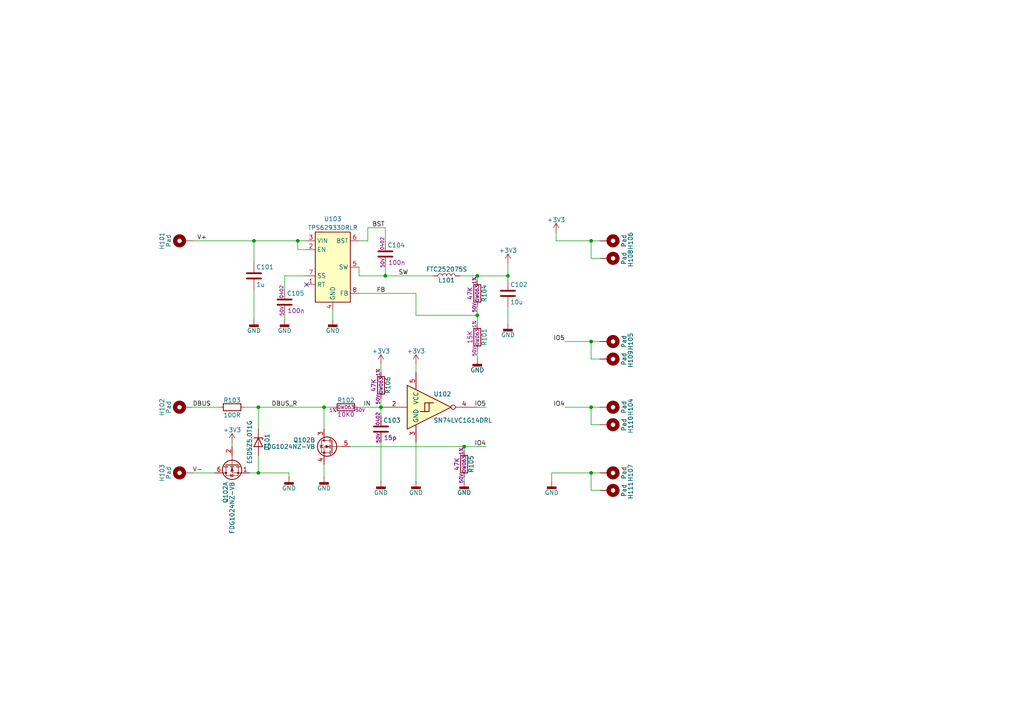
<source format=kicad_sch>
(kicad_sch (version 20250114) (generator "eeschema") (generator_version "9.0")
  (paper "A4")
  (lib_symbols
    (symbol "74xGxx:SN74LVC1G14DRL"
      (property "Reference" "U" (at 0 3.81 0))
      (property "Value" "SN74LVC1G14DRL" (at 0 -3.81 0))
      (symbol "SN74LVC1G14DRL_0_1"
        (polyline (pts (xy -7.62 6.35) (xy -7.62 -6.35) (xy 5.08 0) (xy -7.62 6.35)) (stroke (width 0.254)) (fill (type background)))
      )
      (symbol "SN74LVC1G14DRL_1_1"
        (polyline (pts (xy -3.81 -1.27) (xy -1.27 -1.27) (xy -1.27 1.27)) (stroke (width 0.254)))
        (polyline (pts (xy -2.54 -1.27) (xy -2.54 1.27) (xy 0 1.27)) (stroke (width 0.254)))
        (pin input line (at -15.24 0 0) (length 7.62) (name "~") (number "2"))
        (pin no_connect line (at -7.62 5.08 180) (length 5.08) (hide yes) (name "NC") (number "1"))
        (pin power_in line (at -5.08 10.16 270) (length 5.08) (name "VCC") (number "5"))
        (pin power_in line (at -5.08 -10.16 90) (length 5.08) (name "GND") (number "3"))
        (pin output inverted (at 12.7 0 180) (length 7.62) (name "~") (number "4"))
      )
    )
    (symbol "900_capacitors:C_100n_0402_X7R_10%_50V" (pin_numbers (hide yes)) (pin_names (offset 0.254))
      (property "Reference" "C" (at 0.635 2.54 0))
      (property "Capacitance" "100n" (at 0.8128 -2.5146 0))
      (property "Case" "0402" (at -0.889 2.9972 90))
      (property "Voltage" "50V" (at -0.8128 -2.5908 90))
      (symbol "C_100n_0402_X7R_10%_50V_0_1"
        (polyline (pts (xy -2.032 0.762) (xy 2.032 0.762)) (stroke (width 0.508)))
        (polyline (pts (xy -2.032 -0.762) (xy 2.032 -0.762)) (stroke (width 0.508)))
      )
      (symbol "C_100n_0402_X7R_10%_50V_1_1"
        (pin passive line (at 0 3.81 270) (length 2.794) (name "~") (number "1"))
        (pin passive line (at 0 -3.81 90) (length 2.794) (name "~") (number "2"))
      )
    )
    (symbol "900_capacitors:C_15p_0402_NP0_5%_50V" (pin_numbers (hide yes)) (pin_names (offset 0.254))
      (property "Reference" "C" (at 0.635 2.54 0))
      (property "Capacitance" "15p" (at 0.8128 -2.5146 0))
      (property "Case" "0402" (at -0.889 2.9972 90))
      (property "Voltage" "50V" (at -0.8128 -2.5908 90))
      (symbol "C_15p_0402_NP0_5%_50V_0_1"
        (polyline (pts (xy -2.032 0.762) (xy 2.032 0.762)) (stroke (width 0.508)))
        (polyline (pts (xy -2.032 -0.762) (xy 2.032 -0.762)) (stroke (width 0.508)))
      )
      (symbol "C_15p_0402_NP0_5%_50V_1_1"
        (pin passive line (at 0 3.81 270) (length 2.794) (name "~") (number "1"))
        (pin passive line (at 0 -3.81 90) (length 2.794) (name "~") (number "2"))
      )
    )
    (symbol "900_resistors:R_10K0_0402_0W063_1%_100PPM_50V" (pin_numbers (hide yes)) (pin_names (offset 0))
      (property "Reference" "R" (at 2.032 0 90))
      (property "Resistance" "10K0" (at -2.0828 0 90))
      (property "Power" "0W063" (at 0 0 90))
      (property "Tolerance" "1%" (at -0.8382 3.7592 90))
      (property "Voltage" "50V" (at -0.8382 -4.1402 90))
      (symbol "R_10K0_0402_0W063_1%_100PPM_50V_0_1"
        (rectangle (start -1.016 -2.54) (end 1.016 2.54) (stroke (width 0.254)))
      )
      (symbol "R_10K0_0402_0W063_1%_100PPM_50V_1_1"
        (pin passive line (at 0 3.81 270) (length 1.27) (name "~") (number "1"))
        (pin passive line (at 0 -3.81 90) (length 1.27) (name "~") (number "2"))
      )
    )
    (symbol "900_resistors:R_15K_0402_0W063_1%_100PPM_50V" (pin_numbers (hide yes)) (pin_names (offset 0))
      (property "Reference" "R" (at 2.032 0 90))
      (property "Resistance" "15K" (at -2.0828 0 90))
      (property "Power" "0W063" (at 0 0 90))
      (property "Tolerance" "1%" (at -0.8382 3.7592 90))
      (property "Voltage" "50V" (at -0.8382 -4.1402 90))
      (symbol "R_15K_0402_0W063_1%_100PPM_50V_0_1"
        (rectangle (start -1.016 -2.54) (end 1.016 2.54) (stroke (width 0.254)))
      )
      (symbol "R_15K_0402_0W063_1%_100PPM_50V_1_1"
        (pin passive line (at 0 3.81 270) (length 1.27) (name "~") (number "1"))
        (pin passive line (at 0 -3.81 90) (length 1.27) (name "~") (number "2"))
      )
    )
    (symbol "900_resistors:R_47K_0402_0W063_1%_100PPM_50V" (pin_numbers (hide yes)) (pin_names (offset 0))
      (property "Reference" "R" (at 2.032 0 90))
      (property "Resistance" "47K" (at -2.0828 0 90))
      (property "Power" "0W063" (at 0 0 90))
      (property "Tolerance" "1%" (at -0.8382 3.7592 90))
      (property "Voltage" "50V" (at -0.8382 -4.1402 90))
      (symbol "R_47K_0402_0W063_1%_100PPM_50V_0_1"
        (rectangle (start -1.016 -2.54) (end 1.016 2.54) (stroke (width 0.254)))
      )
      (symbol "R_47K_0402_0W063_1%_100PPM_50V_1_1"
        (pin passive line (at 0 3.81 270) (length 1.27) (name "~") (number "1"))
        (pin passive line (at 0 -3.81 90) (length 1.27) (name "~") (number "2"))
      )
    )
    (symbol "Device:C" (pin_numbers (hide yes)) (pin_names (offset 0.254))
      (property "Reference" "C" (at 0.635 2.54 0))
      (property "Value" "C" (at 0.635 -2.54 0))
      (symbol "C_0_1"
        (polyline (pts (xy -2.032 0.762) (xy 2.032 0.762)) (stroke (width 0.508)))
        (polyline (pts (xy -2.032 -0.762) (xy 2.032 -0.762)) (stroke (width 0.508)))
      )
      (symbol "C_1_1"
        (pin passive line (at 0 3.81 270) (length 2.794) (name "~") (number "1"))
        (pin passive line (at 0 -3.81 90) (length 2.794) (name "~") (number "2"))
      )
    )
    (symbol "Device:L" (pin_numbers (hide yes)) (pin_names (offset 1.016) (hide yes))
      (property "Reference" "L" (at -1.27 0 90))
      (property "Value" "L" (at 1.905 0 90))
      (symbol "L_0_1"
        (arc (start 0 2.54) (mid 0.6323 1.905) (end 0 1.27))
        (arc (start 0 1.27) (mid 0.6323 0.635) (end 0 0))
        (arc (start 0 0) (mid 0.6323 -0.635) (end 0 -1.27))
        (arc (start 0 -1.27) (mid 0.6323 -1.905) (end 0 -2.54))
      )
      (symbol "L_1_1"
        (pin passive line (at 0 3.81 270) (length 1.27) (name "1") (number "1"))
        (pin passive line (at 0 -3.81 90) (length 1.27) (name "2") (number "2"))
      )
    )
    (symbol "Device:R" (pin_numbers (hide yes)) (pin_names (offset 0))
      (property "Reference" "R" (at 2.032 0 90))
      (property "Value" "R" (at 0 0 90))
      (symbol "R_0_1"
        (rectangle (start -1.016 -2.54) (end 1.016 2.54) (stroke (width 0.254)))
      )
      (symbol "R_1_1"
        (pin passive line (at 0 3.81 270) (length 1.27) (name "~") (number "1"))
        (pin passive line (at 0 -3.81 90) (length 1.27) (name "~") (number "2"))
      )
    )
    (symbol "Diode:ESD5Zxx" (pin_numbers (hide yes)) (pin_names (hide yes))
      (property "Reference" "D" (at 0 2.54 0))
      (property "Value" "ESD5Zxx" (at 0 -2.54 0))
      (symbol "ESD5Zxx_0_1"
        (polyline (pts (xy -1.27 -1.27) (xy -1.27 1.27) (xy -0.762 1.27)) (stroke (width 0.254)))
        (polyline (pts (xy 1.27 0) (xy -1.27 0)))
        (polyline (pts (xy 1.27 -1.27) (xy 1.27 1.27) (xy -1.27 0) (xy 1.27 -1.27)) (stroke (width 0.254)))
      )
      (symbol "ESD5Zxx_1_1"
        (pin passive line (at -3.81 0 0) (length 2.54) (name "K") (number "1"))
        (pin passive line (at 3.81 0 180) (length 2.54) (name "A") (number "2"))
      )
    )
    (symbol "Mechanical:MountingHole_Pad" (pin_numbers (hide yes)) (pin_names (offset 1.016) (hide yes)) (in_bom no)
      (property "Reference" "H" (at 0 6.35 0))
      (property "Value" "MountingHole_Pad" (at 0 4.445 0))
      (symbol "MountingHole_Pad_0_1"
        (circle (center 0 1.27) (radius 1.27) (stroke (width 1.27)))
      )
      (symbol "MountingHole_Pad_1_1"
        (pin input line (at 0 -2.54 90) (length 2.54) (name "1") (number "1"))
      )
    )
    (symbol "Regulator_Switching:TPS62933F"
      (property "Reference" "U" (at 0 13.97 0))
      (property "Value" "TPS62933F" (at 0 11.43 0))
      (symbol "TPS62933F_0_1"
        (rectangle (start -5.08 10.16) (end 5.08 -10.16) (stroke (width 0.254)) (fill (type background)))
      )
      (symbol "TPS62933F_1_1"
        (pin power_in line (at -7.62 7.62 0) (length 2.54) (name "VIN") (number "3"))
        (pin input line (at -7.62 5.08 0) (length 2.54) (name "EN") (number "2"))
        (pin passive line (at -7.62 -2.54 0) (length 2.54) (name "SS") (number "7"))
        (pin passive line (at -7.62 -5.08 0) (length 2.54) (name "RT") (number "1"))
        (pin power_in line (at 0 -12.7 90) (length 2.54) (name "GND") (number "4"))
        (pin passive line (at 7.62 7.62 180) (length 2.54) (name "BST") (number "6"))
        (pin output line (at 7.62 0 180) (length 2.54) (name "SW") (number "5"))
        (pin input line (at 7.62 -7.62 180) (length 2.54) (name "FB") (number "8"))
      )
    )
    (symbol "Transistor_FET:FDG1024NZ" (pin_names (hide yes))
      (property "Reference" "Q" (at 5.08 1.905 0))
      (property "Value" "FDG1024NZ" (at 5.08 0 0))
      (symbol "FDG1024NZ_0_1"
        (polyline (pts (xy 0.254 1.905) (xy 0.254 -1.905)) (stroke (width 0.254)))
        (polyline (pts (xy 0.254 0) (xy -2.54 0)))
        (polyline (pts (xy 0.762 2.286) (xy 0.762 1.27)) (stroke (width 0.254)))
        (polyline (pts (xy 0.762 0.508) (xy 0.762 -0.508)) (stroke (width 0.254)))
        (polyline (pts (xy 0.762 -1.27) (xy 0.762 -2.286)) (stroke (width 0.254)))
        (polyline (pts (xy 0.762 -1.778) (xy 3.302 -1.778) (xy 3.302 1.778) (xy 0.762 1.778)))
        (polyline (pts (xy 1.016 0) (xy 2.032 0.381) (xy 2.032 -0.381) (xy 1.016 0)) (fill (type outline)))
        (circle (center 1.651 0) (radius 2.794) (stroke (width 0.254)))
        (polyline (pts (xy 2.54 2.54) (xy 2.54 1.778)))
        (circle (center 2.54 1.778) (radius 0.254) (fill (type outline)))
        (circle (center 2.54 -1.778) (radius 0.254) (fill (type outline)))
        (polyline (pts (xy 2.54 -2.54) (xy 2.54 0) (xy 0.762 0)))
        (polyline (pts (xy 2.794 0.508) (xy 2.921 0.381) (xy 3.683 0.381) (xy 3.81 0.254)))
        (polyline (pts (xy 3.302 0.381) (xy 2.921 -0.254) (xy 3.683 -0.254) (xy 3.302 0.381)))
      )
      (symbol "FDG1024NZ_1_1"
        (pin passive line (at -5.08 0 0) (length 2.54) (name "G") (number "2"))
        (pin passive line (at 2.54 5.08 270) (length 2.54) (name "D") (number "6"))
        (pin passive line (at 2.54 -5.08 90) (length 2.54) (name "S") (number "1"))
      )
      (symbol "FDG1024NZ_2_1"
        (pin passive line (at -5.08 0 0) (length 2.54) (name "G") (number "5"))
        (pin passive line (at 2.54 5.08 270) (length 2.54) (name "D") (number "3"))
        (pin passive line (at 2.54 -5.08 90) (length 2.54) (name "S") (number "4"))
      )
    )
    (symbol "power:+3V3" (power) (pin_numbers (hide yes)) (pin_names (offset 0) (hide yes))
      (property "Value" "+3V3" (at 0 3.556 0))
      (symbol "+3V3_0_1"
        (polyline (pts (xy -0.762 1.27) (xy 0 2.54)))
        (polyline (pts (xy 0 2.54) (xy 0.762 1.27)))
        (polyline (pts (xy 0 0) (xy 0 2.54)))
      )
      (symbol "+3V3_1_1"
        (pin power_in line (at 0 0 90) (length 0) (name "~") (number "1"))
      )
    )
    (symbol "power:GNDD" (power) (pin_numbers (hide yes)) (pin_names (offset 0) (hide yes))
      (property "Value" "GNDD" (at 0 -3.175 0))
      (symbol "GNDD_0_1"
        (rectangle (start -1.27 -1.524) (end 1.27 -2.032) (stroke (width 0.254)) (fill (type outline)))
        (polyline (pts (xy 0 0) (xy 0 -1.524)))
      )
      (symbol "GNDD_1_1"
        (pin power_in line (at 0 0 270) (length 0) (name "~") (number "1"))
      )
    )
  )
  (junction (at 171.45 99.06))
  (junction (at 86.36 69.85))
  (junction (at 110.49 118.11))
  (junction (at 138.43 91.44))
  (junction (at 147.32 80.01))
  (junction (at 138.43 80.01))
  (junction (at 74.93 118.11))
  (junction (at 171.45 118.11))
  (junction (at 171.45 137.16))
  (junction (at 93.98 118.11))
  (junction (at 74.93 137.16))
  (junction (at 111.76 80.01))
  (junction (at 171.45 69.85))
  (junction (at 134.62 129.54))
  (junction (at 73.66 69.85))
  (no_connect (at 88.9 82.55))
  (wire (pts (xy 74.93 137.16) (xy 83.82 137.16)))
  (wire (pts (xy 82.55 92.71) (xy 82.55 91.44)))
  (wire (pts (xy 173.99 118.11) (xy 171.45 118.11)))
  (wire (pts (xy 171.45 118.11) (xy 163.83 118.11)))
  (wire (pts (xy 160.02 137.16) (xy 160.02 139.7)))
  (wire (pts (xy 173.99 99.06) (xy 171.45 99.06)))
  (wire (pts (xy 120.65 91.44) (xy 138.43 91.44)))
  (wire (pts (xy 82.55 80.01) (xy 82.55 83.82)))
  (wire (pts (xy 67.31 128.27) (xy 67.31 129.54)))
  (wire (pts (xy 173.99 69.85) (xy 171.45 69.85)))
  (wire (pts (xy 110.49 105.41) (xy 110.49 107.95)))
  (wire (pts (xy 147.32 76.2) (xy 147.32 80.01)))
  (wire (pts (xy 173.99 104.14) (xy 171.45 104.14)))
  (wire (pts (xy 106.68 66.04) (xy 106.68 69.85)))
  (wire (pts (xy 106.68 69.85) (xy 104.14 69.85)))
  (wire (pts (xy 86.36 72.39) (xy 86.36 69.85)))
  (wire (pts (xy 173.99 142.24) (xy 171.45 142.24)))
  (wire (pts (xy 133.35 80.01) (xy 138.43 80.01)))
  (wire (pts (xy 55.88 118.11) (xy 63.5 118.11)))
  (wire (pts (xy 147.32 88.9) (xy 147.32 93.98)))
  (wire (pts (xy 120.65 105.41) (xy 120.65 107.95)))
  (wire (pts (xy 93.98 118.11) (xy 93.98 124.46)))
  (wire (pts (xy 73.66 83.82) (xy 73.66 92.71)))
  (wire (pts (xy 93.98 134.62) (xy 93.98 138.43)))
  (wire (pts (xy 110.49 128.27) (xy 110.49 139.7)))
  (wire (pts (xy 120.65 139.7) (xy 120.65 128.27)))
  (wire (pts (xy 88.9 72.39) (xy 86.36 72.39)))
  (wire (pts (xy 171.45 142.24) (xy 171.45 137.16)))
  (wire (pts (xy 138.43 80.01) (xy 147.32 80.01)))
  (wire (pts (xy 171.45 69.85) (xy 161.29 69.85)))
  (wire (pts (xy 111.76 80.01) (xy 125.73 80.01)))
  (wire (pts (xy 171.45 99.06) (xy 163.83 99.06)))
  (wire (pts (xy 138.43 91.44) (xy 138.43 93.98)))
  (wire (pts (xy 104.14 118.11) (xy 110.49 118.11)))
  (wire (pts (xy 171.45 118.11) (xy 171.45 123.19)))
  (wire (pts (xy 82.55 80.01) (xy 88.9 80.01)))
  (wire (pts (xy 134.62 129.54) (xy 140.97 129.54)))
  (wire (pts (xy 171.45 99.06) (xy 171.45 104.14)))
  (wire (pts (xy 173.99 137.16) (xy 171.45 137.16)))
  (wire (pts (xy 110.49 118.11) (xy 110.49 120.65)))
  (wire (pts (xy 72.39 137.16) (xy 74.93 137.16)))
  (wire (pts (xy 138.43 88.9) (xy 138.43 91.44)))
  (wire (pts (xy 134.62 129.54) (xy 134.62 130.81)))
  (wire (pts (xy 104.14 80.01) (xy 104.14 77.47)))
  (wire (pts (xy 104.14 80.01) (xy 111.76 80.01)))
  (wire (pts (xy 74.93 132.08) (xy 74.93 137.16)))
  (wire (pts (xy 55.88 69.85) (xy 73.66 69.85)))
  (wire (pts (xy 134.62 138.43) (xy 134.62 139.7)))
  (wire (pts (xy 110.49 115.57) (xy 110.49 118.11)))
  (wire (pts (xy 147.32 80.01) (xy 147.32 81.28)))
  (wire (pts (xy 96.52 90.17) (xy 96.52 92.71)))
  (wire (pts (xy 74.93 118.11) (xy 74.93 124.46)))
  (wire (pts (xy 83.82 137.16) (xy 83.82 138.43)))
  (wire (pts (xy 101.6 129.54) (xy 134.62 129.54)))
  (wire (pts (xy 138.43 101.6) (xy 138.43 104.14)))
  (wire (pts (xy 138.43 118.11) (xy 140.97 118.11)))
  (wire (pts (xy 55.88 137.16) (xy 62.23 137.16)))
  (wire (pts (xy 173.99 74.93) (xy 171.45 74.93)))
  (wire (pts (xy 171.45 69.85) (xy 171.45 74.93)))
  (wire (pts (xy 161.29 69.85) (xy 161.29 67.31)))
  (wire (pts (xy 111.76 66.04) (xy 106.68 66.04)))
  (wire (pts (xy 171.45 137.16) (xy 160.02 137.16)))
  (wire (pts (xy 111.76 80.01) (xy 111.76 77.47)))
  (wire (pts (xy 93.98 118.11) (xy 96.52 118.11)))
  (wire (pts (xy 86.36 69.85) (xy 88.9 69.85)))
  (wire (pts (xy 173.99 123.19) (xy 171.45 123.19)))
  (wire (pts (xy 71.12 118.11) (xy 74.93 118.11)))
  (wire (pts (xy 74.93 118.11) (xy 93.98 118.11)))
  (wire (pts (xy 104.14 85.09) (xy 120.65 85.09)))
  (wire (pts (xy 73.66 69.85) (xy 86.36 69.85)))
  (wire (pts (xy 111.76 69.85) (xy 111.76 66.04)))
  (wire (pts (xy 120.65 85.09) (xy 120.65 91.44)))
  (wire (pts (xy 73.66 69.85) (xy 73.66 76.2)))
  (wire (pts (xy 138.43 80.01) (xy 138.43 81.28)))
  (label "V-" (at 55.88 137.16 0))
  (label "DBUS" (at 55.88 118.11 0))
  (label "BST" (at 107.95 66.04 0))
  (label "IO5" (at 140.97 118.11 180))
  (label "IN" (at 105.41 118.11 0))
  (label "SW" (at 115.57 80.01 0))
  (label "IO4" (at 140.97 129.54 180))
  (label "V+" (at 57.15 69.85 0))
  (label "IO4" (at 163.83 118.11 180))
  (label "DBUS_R" (at 78.74 118.11 0))
  (label "FB" (at 109.22 85.09 0))
  (label "IO5" (at 163.83 99.06 180))
  (symbol (lib_id "900_resistors:R_47K_0402_0W063_1%_100PPM_50V") (at 134.62 134.62 0) (unit 1)
    (property "Reference" "R105" (at 136.652 134.62 90))
    (property "Value" "R_47K_0402_0W063_1%_100PPM_50V" (effects (hide yes)))
    (property "Footprint" "Resistor_SMD:R_0402_1005Metric" (effects (hide yes)))
    (property "Description" "Resistor 000R 0000 0W00 0% 000pm 000V" (effects (hide yes)))
    (property "Resistance" "47K" (at 132.5372 134.62 90))
    (property "Case" "0402" (effects (hide yes)))
    (property "Power" "0W063" (at 134.62 134.62 90) (effects (font (size 0.9906 0.9906))))
    (property "Tolerance" "1%" (at 133.7818 130.8608 90) (effects (font (size 0.9906 0.9906))))
    (property "TempKoeff" "100PPM" (effects (hide yes)))
    (property "Voltage" "50V" (at 133.7818 138.7602 90) (effects (font (size 0.9906 0.9906))))
    (property "ID" "50000047" (effects (hide yes)))
    (property "NAME" "R_47K_0402_0W063_1%_100PPM_50V" (effects (hide yes)))
    (property "TARGET_LIB" "900_resistors" (effects (hide yes)))
    (property "SRC_LIB" "/home/markus/projekte/900_library/kicad/generator_v2/resistors_template.kicad_sym" (effects (hide yes)))
    (property "SRC_PART" "R_000R_0000_0W00_0%_000pm_000V" (effects (hide yes)))
    (property "kicadlibid" "47" (effects (hide yes)))
    (property "MC_Generic" "RC0402FR-0747KL" (effects (hide yes)))
    (property "OC_MOUSER" "603-RC0402FR-0747KL" (effects (hide yes)))
    (property "OC_JLCPCB" "C25792" (effects (hide yes)))
  )
  (symbol (lib_id "Diode:ESD5Zxx") (at 74.93 128.27 270) (unit 1)
    (property "Reference" "D101" (at 77.47 128.27 0))
    (property "Value" "ESD5Z5.0T1G" (at 72.39 128.27 0))
    (property "Footprint" "Diode_SMD:D_SOD-523" (effects (hide yes)))
    (property "Datasheet" "https://www.onsemi.com/pdf/datasheet/esd5z2.5t1-d.pdf" (effects (hide yes)))
    (property "Description" "ESD Protection Diode, SOD-523" (effects (hide yes)))
    (property "OC_JLCPCB" "C3008120" (effects (hide yes)))
  )
  (symbol (lib_id "power:GNDD") (at 147.32 93.98 0) (unit 1)
    (property "Reference" "#PWR0109" (effects (hide yes)))
    (property "Value" "GND" (at 147.32 97.155 0))
    (property "Description" "Power symbol creates a global label with name \"GNDD\" , digital ground" (effects (hide yes)))
  )
  (symbol (lib_id "power:+3V3") (at 120.65 105.41 0) (unit 1)
    (property "Reference" "#PWR0105" (effects (hide yes)))
    (property "Value" "+3V3" (at 120.65 101.854 0))
    (property "Description" "Power symbol creates a global label with name \"+3V3\"" (effects (hide yes)))
  )
  (symbol (lib_id "power:GNDD") (at 110.49 139.7 0) (unit 1)
    (property "Reference" "#PWR0104" (effects (hide yes)))
    (property "Value" "GND" (at 110.49 142.875 0))
    (property "Description" "Power symbol creates a global label with name \"GNDD\" , digital ground" (effects (hide yes)))
  )
  (symbol (lib_id "Regulator_Switching:TPS62933F") (at 96.52 77.47 0) (unit 1)
    (property "Reference" "U103" (at 96.52 63.5 0))
    (property "Value" "TPS62933DRLR" (at 96.52 66.04 0))
    (property "Footprint" "Package_TO_SOT_SMD:SOT-583-8" (effects (hide yes)))
    (property "Datasheet" "https://www.ti.com/lit/ds/symlink/tps62933.pdf" (effects (hide yes)))
    (property "Description" "3.8-30V, 3A Synchronous Buck Converters with forced continuous conduction mode (FCCM), SOT583-8" (effects (hide yes)))
    (property "OC_JLCPCB" "C3200405" (effects (hide yes)))
  )
  (symbol (lib_id "Transistor_FET:FDG1024NZ") (at 96.52 129.54 0) (mirror y) (unit 2)
    (property "Reference" "Q102" (at 91.44 127.635 0) (effects (justify left)))
    (property "Value" "FDG1024NZ-VB" (at 91.44 129.54 0) (effects (justify left)))
    (property "Footprint" "Package_TO_SOT_SMD:SOT-363_SC-70-6" (effects (hide yes)))
    (property "Datasheet" "https://jlcpcb.com/api/file/downloadByFileSystemAccessId/8609108054277169152" (effects (hide yes)))
    (property "Description" "1.2A Id, 20V Vds, Dual N-Channel MOSFET, 175mOhm Ron, SC-70-6" (effects (hide yes)))
    (property "OC_JLCPCB" "C693215" (effects (hide yes)))
  )
  (symbol (lib_id "74xGxx:SN74LVC1G14DRL") (at 125.73 118.11 0) (unit 1)
    (property "Reference" "U102" (at 125.73 114.3 0) (effects (justify left)))
    (property "Value" "SN74LVC1G14DRL" (at 125.73 121.92 0) (effects (justify left)))
    (property "Footprint" "Package_TO_SOT_SMD:SOT-553" (effects (hide yes)))
    (property "Datasheet" "https://www.ti.com/lit/ds/symlink/sn74lvc1g14.pdf" (effects (hide yes)))
    (property "Description" "Single Schmitt NOT Gate, Low-Voltage CMOS, SOT-553" (effects (hide yes)))
    (property "OC_JLCPCB" "C19829622" (effects (hide yes)))
  )
  (symbol (lib_id "Mechanical:MountingHole_Pad") (at 176.53 104.14 270) (mirror x) (unit 1) (in_bom no)
    (property "Reference" "H109" (at 182.88 104.14 0))
    (property "Value" "Pad" (at 180.975 104.14 0))
    (property "Footprint" "Connector_Wire:SolderWirePad_1x01_SMD_1.5x3mm" (effects (hide yes)))
    (property "Description" "Mounting Hole with connection" (effects (hide yes)))
  )
  (symbol (lib_id "Mechanical:MountingHole_Pad") (at 176.53 99.06 270) (mirror x) (unit 1) (in_bom no)
    (property "Reference" "H105" (at 182.88 99.06 0))
    (property "Value" "Pad" (at 180.975 99.06 0))
    (property "Footprint" "Connector_Wire:SolderWirePad_1x01_SMD_1.5x3mm" (effects (hide yes)))
    (property "Description" "Mounting Hole with connection" (effects (hide yes)))
  )
  (symbol (lib_id "power:+3V3") (at 147.32 76.2 0) (unit 1)
    (property "Reference" "#PWR0111" (effects (hide yes)))
    (property "Value" "+3V3" (at 147.32 72.644 0))
    (property "Description" "Power symbol creates a global label with name \"+3V3\"" (effects (hide yes)))
  )
  (symbol (lib_id "Mechanical:MountingHole_Pad") (at 53.34 137.16 90) (unit 1)
    (property "Reference" "H103" (at 46.99 137.16 0))
    (property "Value" "Pad" (at 48.895 137.16 0))
    (property "Footprint" "Spring_Fingers:TE_2040852-1" (effects (hide yes)))
    (property "Description" "Mounting Hole with connection" (effects (hide yes)))
    (property "OC_JLCPCB" "C5334114" (effects (hide yes)))
  )
  (symbol (lib_id "Mechanical:MountingHole_Pad") (at 53.34 118.11 90) (unit 1)
    (property "Reference" "H102" (at 46.99 118.11 0))
    (property "Value" "Pad" (at 48.895 118.11 0))
    (property "Footprint" "Spring_Fingers:TE_2040852-1" (effects (hide yes)))
    (property "Description" "Mounting Hole with connection" (effects (hide yes)))
    (property "OC_JLCPCB" "C5334114" (effects (hide yes)))
  )
  (symbol (lib_id "900_resistors:R_10K0_0402_0W063_1%_100PPM_50V") (at 100.33 118.11 90) (unit 1)
    (property "Reference" "R102" (at 100.33 116.078 90))
    (property "Value" "R_10K0_0402_0W063_1%_100PPM_50V" (effects (hide yes)))
    (property "Footprint" "Resistor_SMD:R_0402_1005Metric" (effects (hide yes)))
    (property "Description" "Resistor 000R 0000 0W00 0% 000pm 000V" (effects (hide yes)))
    (property "Resistance" "10K0" (at 100.33 120.1928 90))
    (property "Case" "0402" (effects (hide yes)))
    (property "Power" "0W063" (at 100.33 118.11 90) (effects (font (size 0.9906 0.9906))))
    (property "Tolerance" "1%" (at 96.5708 118.9482 90) (effects (font (size 0.9906 0.9906))))
    (property "TempKoeff" "100PPM" (effects (hide yes)))
    (property "Voltage" "50V" (at 104.4702 118.9482 90) (effects (font (size 0.9906 0.9906))))
    (property "ID" "50000005" (effects (hide yes)))
    (property "NAME" "R_10K0_0402_0W063_1%_100PPM_50V" (effects (hide yes)))
    (property "TARGET_LIB" "900_resistors" (effects (hide yes)))
    (property "SRC_LIB" "/home/markus/projekte/900_library/kicad/generator_v2/resistors_template.kicad_sym" (effects (hide yes)))
    (property "SRC_PART" "R_000R_0000_0W00_0%_000pm_000V" (effects (hide yes)))
    (property "kicadlibid" "5" (effects (hide yes)))
    (property "MC_Generic" "RC0402FR-0710KL" (effects (hide yes)))
    (property "OC_MOUSER" "603-RC0402FR-0710KL" (effects (hide yes)))
    (property "OC_JLCPCB" "C25744" (effects (hide yes)))
  )
  (symbol (lib_id "Mechanical:MountingHole_Pad") (at 176.53 137.16 270) (mirror x) (unit 1) (in_bom no)
    (property "Reference" "H107" (at 182.88 137.16 0))
    (property "Value" "Pad" (at 180.975 137.16 0))
    (property "Footprint" "Connector_Wire:SolderWirePad_1x01_SMD_1.5x3mm" (effects (hide yes)))
    (property "Description" "Mounting Hole with connection" (effects (hide yes)))
  )
  (symbol (lib_id "Device:C") (at 73.66 80.01 0) (unit 1)
    (property "Reference" "C101" (at 74.295 77.47 0) (effects (justify left)))
    (property "Value" "1u" (at 74.295 82.55 0) (effects (justify left)))
    (property "Footprint" "Capacitor_SMD:C_0603_1608Metric" (effects (hide yes)))
    (property "Description" "Unpolarized capacitor" (effects (hide yes)))
    (property "OC_JLCPCB" "C15849" (effects (hide yes)))
  )
  (symbol (lib_id "Mechanical:MountingHole_Pad") (at 176.53 142.24 270) (mirror x) (unit 1) (in_bom no)
    (property "Reference" "H111" (at 182.88 142.24 0))
    (property "Value" "Pad" (at 180.975 142.24 0))
    (property "Footprint" "Connector_Wire:SolderWirePad_1x01_SMD_1.5x3mm" (effects (hide yes)))
    (property "Description" "Mounting Hole with connection" (effects (hide yes)))
  )
  (symbol (lib_id "power:GNDD") (at 138.43 104.14 0) (unit 1)
    (property "Reference" "#PWR0110" (effects (hide yes)))
    (property "Value" "GND" (at 138.43 107.315 0))
    (property "Description" "Power symbol creates a global label with name \"GNDD\" , digital ground" (effects (hide yes)))
  )
  (symbol (lib_id "900_capacitors:C_15p_0402_NP0_5%_50V") (at 110.49 124.46 0) (unit 1)
    (property "Reference" "C103" (at 111.125 121.92 0) (effects (justify left)))
    (property "Value" "C_15p_0402_NP0_5%_50V" (effects (hide yes)))
    (property "Footprint" "Capacitor_SMD:C_0402_1005Metric" (effects (hide yes)))
    (property "Description" "Capacitor xxxE 0000 XXXX 00% 000V" (effects (hide yes)))
    (property "Capacitance" "15p" (at 111.3028 126.9746 0) (effects (justify left)))
    (property "Case" "0402" (at 109.601 121.4628 90) (effects (font (size 0.9906 0.9906))))
    (property "Dielectric" "NP0" (effects (hide yes)))
    (property "Tolerance" "5%" (effects (hide yes)))
    (property "Voltage" "50V" (at 109.6772 127.0508 90) (effects (font (size 0.9906 0.9906))))
    (property "ID" "50000069" (effects (hide yes)))
    (property "NAME" "C_15p_0402_NP0_5%_50V" (effects (hide yes)))
    (property "TARGET_LIB" "900_capacitors" (effects (hide yes)))
    (property "SRC_LIB" "/home/markus/projekte/900_library/kicad/generator_v2/capacitors_template.kicad_sym" (effects (hide yes)))
    (property "SRC_PART" "C_xxxE_0000_XXXX_00%_000V" (effects (hide yes)))
    (property "kicadlibid" "69" (effects (hide yes)))
    (property "MC_Generic" "GRT1555C1H150FA2D" (effects (hide yes)))
    (property "OC_MOUSER" "81-GRT1555C1H150FA2D" (effects (hide yes)))
    (property "OC_JLCPCB" "C1548" (effects (hide yes)))
  )
  (symbol (lib_id "Mechanical:MountingHole_Pad") (at 176.53 123.19 270) (mirror x) (unit 1) (in_bom no)
    (property "Reference" "H110" (at 182.88 123.19 0))
    (property "Value" "Pad" (at 180.975 123.19 0))
    (property "Footprint" "Connector_Wire:SolderWirePad_1x01_SMD_1.5x3mm" (effects (hide yes)))
    (property "Description" "Mounting Hole with connection" (effects (hide yes)))
  )
  (symbol (lib_id "power:+3V3") (at 161.29 67.31 0) (unit 1)
    (property "Reference" "#PWR0112" (effects (hide yes)))
    (property "Value" "+3V3" (at 161.29 63.754 0))
    (property "Description" "Power symbol creates a global label with name \"+3V3\"" (effects (hide yes)))
  )
  (symbol (lib_id "900_resistors:R_15K_0402_0W063_1%_100PPM_50V") (at 138.43 97.79 0) (unit 1)
    (property "Reference" "R101" (at 140.462 97.79 90))
    (property "Value" "R_15K_0402_0W063_1%_100PPM_50V" (effects (hide yes)))
    (property "Footprint" "Resistor_SMD:R_0402_1005Metric" (effects (hide yes)))
    (property "Description" "Resistor 000R 0000 0W00 0% 000pm 000V" (effects (hide yes)))
    (property "Resistance" "15K" (at 136.3472 97.79 90))
    (property "Case" "0402" (effects (hide yes)))
    (property "Power" "0W063" (at 138.43 97.79 90) (effects (font (size 0.9906 0.9906))))
    (property "Tolerance" "1%" (at 137.5918 94.0308 90) (effects (font (size 0.9906 0.9906))))
    (property "TempKoeff" "100PPM" (effects (hide yes)))
    (property "Voltage" "50V" (at 137.5918 101.9302 90) (effects (font (size 0.9906 0.9906))))
    (property "ID" "50000013" (effects (hide yes)))
    (property "NAME" "R_15K_0402_0W063_1%_100PPM_50V" (effects (hide yes)))
    (property "TARGET_LIB" "900_resistors" (effects (hide yes)))
    (property "SRC_LIB" "/home/markus/projekte/900_library/kicad/generator_v2/resistors_template.kicad_sym" (effects (hide yes)))
    (property "SRC_PART" "R_000R_0000_0W00_0%_000pm_000V" (effects (hide yes)))
    (property "kicadlibid" "13" (effects (hide yes)))
    (property "MC_Generic" "RC0402FR-0715KL" (effects (hide yes)))
    (property "OC_MOUSER" "603-RC0402FR-0715KL" (effects (hide yes)))
    (property "OC_JLCPCB" "C25756" (effects (hide yes)))
  )
  (symbol (lib_id "Mechanical:MountingHole_Pad") (at 176.53 69.85 270) (mirror x) (unit 1) (in_bom no)
    (property "Reference" "H106" (at 182.88 69.85 0))
    (property "Value" "Pad" (at 180.975 69.85 0))
    (property "Footprint" "Connector_Wire:SolderWirePad_1x01_SMD_1.5x3mm" (effects (hide yes)))
    (property "Description" "Mounting Hole with connection" (effects (hide yes)))
  )
  (symbol (lib_id "Device:C") (at 147.32 85.09 0) (unit 1)
    (property "Reference" "C102" (at 147.955 82.55 0) (effects (justify left)))
    (property "Value" "10u" (at 147.955 87.63 0) (effects (justify left)))
    (property "Footprint" "Capacitor_SMD:C_0603_1608Metric" (effects (hide yes)))
    (property "Description" "Unpolarized capacitor" (effects (hide yes)))
    (property "OC_JLCPCB" "C19702" (effects (hide yes)))
  )
  (symbol (lib_id "900_capacitors:C_100n_0402_X7R_10%_50V") (at 111.76 73.66 0) (unit 1)
    (property "Reference" "C104" (at 112.395 71.12 0) (effects (justify left)))
    (property "Value" "C_100n_0402_X7R_10%_50V" (effects (hide yes)))
    (property "Footprint" "Capacitor_SMD:C_0402_1005Metric" (effects (hide yes)))
    (property "Description" "Capacitor xxxE 0000 XXXX 00% 000V" (effects (hide yes)))
    (property "Capacitance" "100n" (at 112.5728 76.1746 0) (effects (justify left)))
    (property "Case" "0402" (at 110.871 70.6628 90) (effects (font (size 0.9906 0.9906))))
    (property "Dielectric" "X7R" (effects (hide yes)))
    (property "Tolerance" "10%" (effects (hide yes)))
    (property "Voltage" "50V" (at 110.9472 76.2508 90) (effects (font (size 0.9906 0.9906))))
    (property "ID" "50000068" (effects (hide yes)))
    (property "NAME" "C_100n_0402_X7R_10%_50V" (effects (hide yes)))
    (property "TARGET_LIB" "900_capacitors" (effects (hide yes)))
    (property "SRC_LIB" "/home/markus/projekte/900_library/kicad/generator_v2/capacitors_template.kicad_sym" (effects (hide yes)))
    (property "SRC_PART" "C_xxxE_0000_XXXX_00%_000V" (effects (hide yes)))
    (property "kicadlibid" "68" (effects (hide yes)))
    (property "MC_Generic" "GRM155R71H104KE4J" (effects (hide yes)))
    (property "OC_MOUSER" "81-GRM155R71H104KE4J" (effects (hide yes)))
    (property "OC_JLCPCB" "C307331" (effects (hide yes)))
  )
  (symbol (lib_id "power:GNDD") (at 160.02 139.7 0) (unit 1)
    (property "Reference" "#PWR0113" (effects (hide yes)))
    (property "Value" "GND" (at 160.02 142.875 0))
    (property "Description" "Power symbol creates a global label with name \"GNDD\" , digital ground" (effects (hide yes)))
  )
  (symbol (lib_id "Transistor_FET:FDG1024NZ") (at 67.31 134.62 90) (mirror x) (unit 1)
    (property "Reference" "Q102" (at 65.405 139.7 0) (effects (justify left)))
    (property "Value" "FDG1024NZ-VB" (at 67.31 139.7 0) (effects (justify left)))
    (property "Footprint" "Package_TO_SOT_SMD:SOT-363_SC-70-6" (effects (hide yes)))
    (property "Datasheet" "https://jlcpcb.com/api/file/downloadByFileSystemAccessId/8609108054277169152" (effects (hide yes)))
    (property "Description" "1.2A Id, 20V Vds, Dual N-Channel MOSFET, 175mOhm Ron, SC-70-6" (effects (hide yes)))
    (property "OC_JLCPCB" "C693215" (effects (hide yes)))
  )
  (symbol (lib_id "power:GNDD") (at 82.55 92.71 0) (unit 1)
    (property "Reference" "#PWR0116" (effects (hide yes)))
    (property "Value" "GND" (at 82.55 95.885 0))
    (property "Description" "Power symbol creates a global label with name \"GNDD\" , digital ground" (effects (hide yes)))
  )
  (symbol (lib_id "power:GNDD") (at 120.65 139.7 0) (unit 1)
    (property "Reference" "#PWR0102" (effects (hide yes)))
    (property "Value" "GND" (at 120.65 142.875 0))
    (property "Description" "Power symbol creates a global label with name \"GNDD\" , digital ground" (effects (hide yes)))
  )
  (symbol (lib_id "Device:L") (at 129.54 80.01 90) (unit 1)
    (property "Reference" "L101" (at 129.54 81.28 90))
    (property "Value" "FTC252075S" (at 129.54 78.105 90))
    (property "Footprint" "Inductor_SMD:L_Changjiang_FTC252075S" (effects (hide yes)))
    (property "Description" "Inductor" (effects (hide yes)))
    (property "OC_JLCPCB" "C5832372" (effects (hide yes)))
  )
  (symbol (lib_id "power:GNDD") (at 73.66 92.71 0) (unit 1)
    (property "Reference" "#PWR0108" (effects (hide yes)))
    (property "Value" "GND" (at 73.66 95.885 0))
    (property "Description" "Power symbol creates a global label with name \"GNDD\" , digital ground" (effects (hide yes)))
  )
  (symbol (lib_id "power:GNDD") (at 93.98 138.43 0) (unit 1)
    (property "Reference" "#PWR0103" (effects (hide yes)))
    (property "Value" "GND" (at 93.98 141.605 0))
    (property "Description" "Power symbol creates a global label with name \"GNDD\" , digital ground" (effects (hide yes)))
  )
  (symbol (lib_id "power:+3V3") (at 110.49 105.41 0) (unit 1)
    (property "Reference" "#PWR0115" (effects (hide yes)))
    (property "Value" "+3V3" (at 110.49 101.854 0))
    (property "Description" "Power symbol creates a global label with name \"+3V3\"" (effects (hide yes)))
  )
  (symbol (lib_id "900_capacitors:C_100n_0402_X7R_10%_50V") (at 82.55 87.63 0) (unit 1)
    (property "Reference" "C105" (at 83.185 85.09 0) (effects (justify left)))
    (property "Value" "C_100n_0402_X7R_10%_50V" (effects (hide yes)))
    (property "Footprint" "Capacitor_SMD:C_0402_1005Metric" (effects (hide yes)))
    (property "Description" "Capacitor xxxE 0000 XXXX 00% 000V" (effects (hide yes)))
    (property "Capacitance" "100n" (at 83.3628 90.1446 0) (effects (justify left)))
    (property "Case" "0402" (at 81.661 84.6328 90) (effects (font (size 0.9906 0.9906))))
    (property "Dielectric" "X7R" (effects (hide yes)))
    (property "Tolerance" "10%" (effects (hide yes)))
    (property "Voltage" "50V" (at 81.7372 90.2208 90) (effects (font (size 0.9906 0.9906))))
    (property "ID" "50000068" (effects (hide yes)))
    (property "NAME" "C_100n_0402_X7R_10%_50V" (effects (hide yes)))
    (property "TARGET_LIB" "900_capacitors" (effects (hide yes)))
    (property "SRC_LIB" "/home/markus/projekte/900_library/kicad/generator_v2/capacitors_template.kicad_sym" (effects (hide yes)))
    (property "SRC_PART" "C_xxxE_0000_XXXX_00%_000V" (effects (hide yes)))
    (property "kicadlibid" "68" (effects (hide yes)))
    (property "MC_Generic" "GRM155R71H104KE4J" (effects (hide yes)))
    (property "OC_MOUSER" "81-GRM155R71H104KE4J" (effects (hide yes)))
    (property "OC_JLCPCB" "C307331" (effects (hide yes)))
  )
  (symbol (lib_id "Mechanical:MountingHole_Pad") (at 53.34 69.85 90) (unit 1)
    (property "Reference" "H101" (at 46.99 69.85 0))
    (property "Value" "Pad" (at 48.895 69.85 0))
    (property "Footprint" "Spring_Fingers:TE_2040852-1" (effects (hide yes)))
    (property "Description" "Mounting Hole with connection" (effects (hide yes)))
    (property "OC_JLCPCB" "C5334114" (effects (hide yes)))
  )
  (symbol (lib_id "900_resistors:R_47K_0402_0W063_1%_100PPM_50V") (at 110.49 111.76 0) (unit 1)
    (property "Reference" "R106" (at 112.522 111.76 90))
    (property "Value" "R_47K_0402_0W063_1%_100PPM_50V" (effects (hide yes)))
    (property "Footprint" "Resistor_SMD:R_0402_1005Metric" (effects (hide yes)))
    (property "Description" "Resistor 000R 0000 0W00 0% 000pm 000V" (effects (hide yes)))
    (property "Resistance" "47K" (at 108.4072 111.76 90))
    (property "Case" "0402" (effects (hide yes)))
    (property "Power" "0W063" (at 110.49 111.76 90) (effects (font (size 0.9906 0.9906))))
    (property "Tolerance" "1%" (at 109.6518 108.0008 90) (effects (font (size 0.9906 0.9906))))
    (property "TempKoeff" "100PPM" (effects (hide yes)))
    (property "Voltage" "50V" (at 109.6518 115.9002 90) (effects (font (size 0.9906 0.9906))))
    (property "ID" "50000047" (effects (hide yes)))
    (property "NAME" "R_47K_0402_0W063_1%_100PPM_50V" (effects (hide yes)))
    (property "TARGET_LIB" "900_resistors" (effects (hide yes)))
    (property "SRC_LIB" "/home/markus/projekte/900_library/kicad/generator_v2/resistors_template.kicad_sym" (effects (hide yes)))
    (property "SRC_PART" "R_000R_0000_0W00_0%_000pm_000V" (effects (hide yes)))
    (property "kicadlibid" "47" (effects (hide yes)))
    (property "MC_Generic" "RC0402FR-0747KL" (effects (hide yes)))
    (property "OC_MOUSER" "603-RC0402FR-0747KL" (effects (hide yes)))
    (property "OC_JLCPCB" "C25792" (effects (hide yes)))
  )
  (symbol (lib_id "power:GNDD") (at 83.82 138.43 0) (unit 1)
    (property "Reference" "#PWR0106" (effects (hide yes)))
    (property "Value" "GND" (at 83.82 141.605 0))
    (property "Description" "Power symbol creates a global label with name \"GNDD\" , digital ground" (effects (hide yes)))
  )
  (symbol (lib_id "900_resistors:R_47K_0402_0W063_1%_100PPM_50V") (at 138.43 85.09 0) (unit 1)
    (property "Reference" "R104" (at 140.462 85.09 90))
    (property "Value" "R_47K_0402_0W063_1%_100PPM_50V" (effects (hide yes)))
    (property "Footprint" "Resistor_SMD:R_0402_1005Metric" (effects (hide yes)))
    (property "Description" "Resistor 000R 0000 0W00 0% 000pm 000V" (effects (hide yes)))
    (property "Resistance" "47K" (at 136.3472 85.09 90))
    (property "Case" "0402" (effects (hide yes)))
    (property "Power" "0W063" (at 138.43 85.09 90) (effects (font (size 0.9906 0.9906))))
    (property "Tolerance" "1%" (at 137.5918 81.3308 90) (effects (font (size 0.9906 0.9906))))
    (property "TempKoeff" "100PPM" (effects (hide yes)))
    (property "Voltage" "50V" (at 137.5918 89.2302 90) (effects (font (size 0.9906 0.9906))))
    (property "ID" "50000047" (effects (hide yes)))
    (property "NAME" "R_47K_0402_0W063_1%_100PPM_50V" (effects (hide yes)))
    (property "TARGET_LIB" "900_resistors" (effects (hide yes)))
    (property "SRC_LIB" "/home/markus/projekte/900_library/kicad/generator_v2/resistors_template.kicad_sym" (effects (hide yes)))
    (property "SRC_PART" "R_000R_0000_0W00_0%_000pm_000V" (effects (hide yes)))
    (property "kicadlibid" "47" (effects (hide yes)))
    (property "MC_Generic" "RC0402FR-0747KL" (effects (hide yes)))
    (property "OC_MOUSER" "603-RC0402FR-0747KL" (effects (hide yes)))
    (property "OC_JLCPCB" "C25792" (effects (hide yes)))
  )
  (symbol (lib_id "Mechanical:MountingHole_Pad") (at 176.53 118.11 270) (mirror x) (unit 1) (in_bom no)
    (property "Reference" "H104" (at 182.88 118.11 0))
    (property "Value" "Pad" (at 180.975 118.11 0))
    (property "Footprint" "Connector_Wire:SolderWirePad_1x01_SMD_1.5x3mm" (effects (hide yes)))
    (property "Description" "Mounting Hole with connection" (effects (hide yes)))
  )
  (symbol (lib_id "power:GNDD") (at 134.62 139.7 0) (unit 1)
    (property "Reference" "#PWR0114" (effects (hide yes)))
    (property "Value" "GND" (at 134.62 142.875 0))
    (property "Description" "Power symbol creates a global label with name \"GNDD\" , digital ground" (effects (hide yes)))
  )
  (symbol (lib_id "power:+3V3") (at 67.31 128.27 0) (unit 1)
    (property "Reference" "#PWR0107" (effects (hide yes)))
    (property "Value" "+3V3" (at 67.31 124.714 0))
    (property "Description" "Power symbol creates a global label with name \"+3V3\"" (effects (hide yes)))
  )
  (symbol (lib_id "Mechanical:MountingHole_Pad") (at 176.53 74.93 270) (mirror x) (unit 1) (in_bom no)
    (property "Reference" "H108" (at 182.88 74.93 0))
    (property "Value" "Pad" (at 180.975 74.93 0))
    (property "Footprint" "Connector_Wire:SolderWirePad_1x01_SMD_1.5x3mm" (effects (hide yes)))
    (property "Description" "Mounting Hole with connection" (effects (hide yes)))
  )
  (symbol (lib_id "Device:R") (at 67.31 118.11 90) (unit 1)
    (property "Reference" "R103" (at 67.31 116.078 90))
    (property "Value" "100R" (at 67.31 120.396 90))
    (property "Footprint" "Resistor_SMD:R_0603_1608Metric" (effects (hide yes)))
    (property "Description" "Resistor" (effects (hide yes)))
    (property "OC_JLCPCB" "C22775" (effects (hide yes)))
  )
  (symbol (lib_id "power:GNDD") (at 96.52 92.71 0) (unit 1)
    (property "Reference" "#PWR0101" (effects (hide yes)))
    (property "Value" "GND" (at 96.52 95.885 0))
    (property "Description" "Power symbol creates a global label with name \"GNDD\" , digital ground" (effects (hide yes)))
  )
)
</source>
